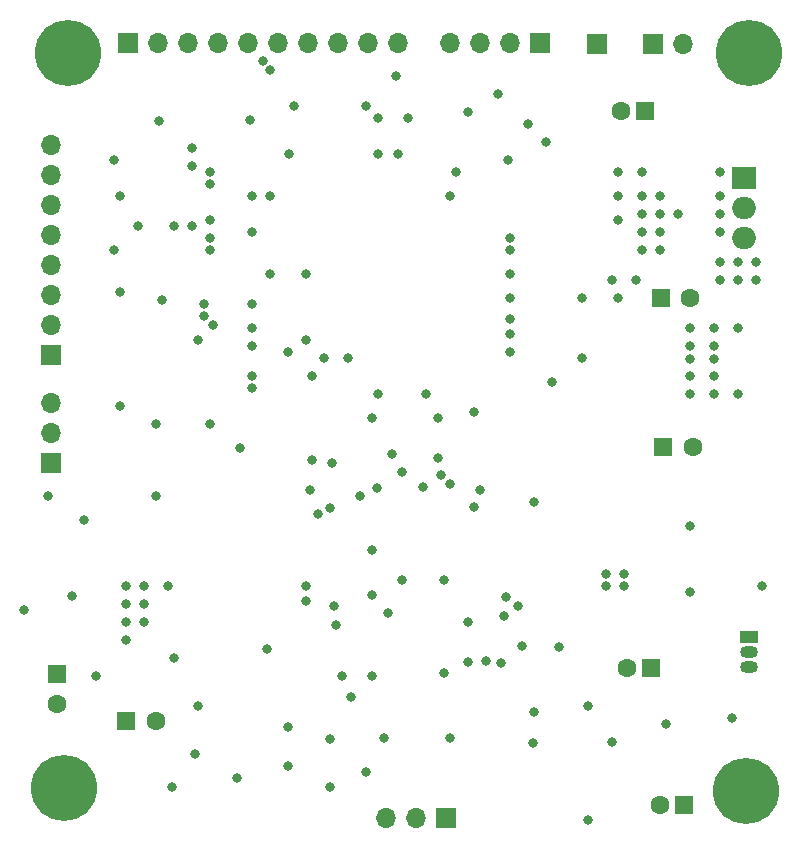
<source format=gbr>
%TF.GenerationSoftware,KiCad,Pcbnew,7.0.2*%
%TF.CreationDate,2023-11-01T23:53:07+01:00*%
%TF.ProjectId,stm_audio_board_V2,73746d5f-6175-4646-996f-5f626f617264,rev?*%
%TF.SameCoordinates,Original*%
%TF.FileFunction,Copper,L3,Inr*%
%TF.FilePolarity,Positive*%
%FSLAX46Y46*%
G04 Gerber Fmt 4.6, Leading zero omitted, Abs format (unit mm)*
G04 Created by KiCad (PCBNEW 7.0.2) date 2023-11-01 23:53:07*
%MOMM*%
%LPD*%
G01*
G04 APERTURE LIST*
%TA.AperFunction,ComponentPad*%
%ADD10C,5.600000*%
%TD*%
%TA.AperFunction,ComponentPad*%
%ADD11R,2.000000X1.905000*%
%TD*%
%TA.AperFunction,ComponentPad*%
%ADD12O,2.000000X1.905000*%
%TD*%
%TA.AperFunction,ComponentPad*%
%ADD13R,1.500000X1.050000*%
%TD*%
%TA.AperFunction,ComponentPad*%
%ADD14O,1.500000X1.050000*%
%TD*%
%TA.AperFunction,ComponentPad*%
%ADD15R,1.700000X1.700000*%
%TD*%
%TA.AperFunction,ComponentPad*%
%ADD16O,1.700000X1.700000*%
%TD*%
%TA.AperFunction,ComponentPad*%
%ADD17R,1.600000X1.600000*%
%TD*%
%TA.AperFunction,ComponentPad*%
%ADD18C,1.600000*%
%TD*%
%TA.AperFunction,ViaPad*%
%ADD19C,0.800000*%
%TD*%
G04 APERTURE END LIST*
D10*
%TO.N,GND*%
%TO.C,H2*%
X245003000Y-112333000D03*
%TD*%
D11*
%TO.N,PWR_INPUT_12V-18V*%
%TO.C,U3*%
X244877000Y-60471000D03*
D12*
%TO.N,GND*%
X244877000Y-63011000D03*
%TO.N,5V*%
X244877000Y-65551000D03*
%TD*%
D13*
%TO.N,Net-(D3-K)*%
%TO.C,U6*%
X245325000Y-99275000D03*
D14*
%TO.N,GND*%
X245325000Y-100545000D03*
%TO.N,+9V*%
X245325000Y-101815000D03*
%TD*%
D15*
%TO.N,TAP_TEMPO_INPUT*%
%TO.C,J4*%
X232457000Y-49069000D03*
%TD*%
%TO.N,+3.3V*%
%TO.C,J5*%
X192739000Y-48975000D03*
D16*
%TO.N,GND*%
X195279000Y-48975000D03*
%TO.N,DISPLAY_CS*%
X197819000Y-48975000D03*
%TO.N,DISPLAY_RST*%
X200359000Y-48975000D03*
%TO.N,DISPLAY_DC*%
X202899000Y-48975000D03*
%TO.N,DISPLAY_MOSI*%
X205439000Y-48975000D03*
%TO.N,DISPLAY_SCK*%
X207979000Y-48975000D03*
%TO.N,DISPLAY_MISO*%
X210519000Y-48975000D03*
%TO.N,TOUCH_CS*%
X213059000Y-48975000D03*
%TO.N,TOUCH_IRQ*%
X215599000Y-48975000D03*
%TD*%
D10*
%TO.N,GND*%
%TO.C,H4*%
X187599000Y-49887000D03*
%TD*%
%TO.N,GND*%
%TO.C,H3*%
X245278000Y-49887000D03*
%TD*%
%TO.N,GND*%
%TO.C,H1*%
X187324000Y-112058000D03*
%TD*%
D15*
%TO.N,GND*%
%TO.C,J6*%
X186229000Y-84563000D03*
D16*
%TO.N,POT_EXT*%
X186229000Y-82023000D03*
%TO.N,+3.3V*%
X186229000Y-79483000D03*
%TD*%
D15*
%TO.N,GND*%
%TO.C,J7*%
X186229000Y-75455000D03*
D16*
%TO.N,+3.3V*%
X186229000Y-72915000D03*
%TO.N,POT6*%
X186229000Y-70375000D03*
%TO.N,POT5*%
X186229000Y-67835000D03*
%TO.N,POT4*%
X186229000Y-65295000D03*
%TO.N,POT3*%
X186229000Y-62755000D03*
%TO.N,POT2*%
X186229000Y-60215000D03*
%TO.N,POT1*%
X186229000Y-57675000D03*
%TD*%
D15*
%TO.N,GND*%
%TO.C,J1*%
X237187000Y-49127000D03*
D16*
%TO.N,PWR_INPUT_12V-18V*%
X239727000Y-49127000D03*
%TD*%
D15*
%TO.N,GND*%
%TO.C,J2*%
X227633000Y-48975000D03*
D16*
%TO.N,SWDIO*%
X225093000Y-48975000D03*
%TO.N,SWCLK*%
X222553000Y-48975000D03*
%TO.N,+3.3V*%
X220013000Y-48975000D03*
%TD*%
D15*
%TO.N,GUITAR_IN*%
%TO.C,J3*%
X219613000Y-114601000D03*
D16*
%TO.N,GUITAR_OUT_L{slash}MONO*%
X217073000Y-114601000D03*
%TO.N,GUITAR_OUT_R*%
X214533000Y-114601000D03*
%TD*%
D17*
%TO.N,PWR_INPUT_12V-18V*%
%TO.C,C13*%
X236498241Y-54733000D03*
D18*
%TO.N,GND*%
X234498241Y-54733000D03*
%TD*%
D17*
%TO.N,+3.3VA*%
%TO.C,C29*%
X192583000Y-106401759D03*
D18*
%TO.N,GND*%
X195083000Y-106401759D03*
%TD*%
D17*
%TO.N,Net-(D2-K)*%
%TO.C,C28*%
X186714241Y-102437000D03*
D18*
%TO.N,GND*%
X186714241Y-104937000D03*
%TD*%
D17*
%TO.N,5V*%
%TO.C,C70*%
X237843000Y-70587759D03*
D18*
%TO.N,GND*%
X240343000Y-70587759D03*
%TD*%
D17*
%TO.N,Net-(7660S1-CAP+)*%
%TO.C,C76*%
X237006241Y-101881000D03*
D18*
%TO.N,Net-(7660S1-CAP-)*%
X235006241Y-101881000D03*
%TD*%
D17*
%TO.N,GND*%
%TO.C,C77*%
X239773000Y-113562241D03*
D18*
%TO.N,-9V*%
X237773000Y-113562241D03*
%TD*%
D17*
%TO.N,+3.3V*%
%TO.C,C71*%
X238022241Y-83181000D03*
D18*
%TO.N,GND*%
X240522241Y-83181000D03*
%TD*%
D19*
%TO.N,GND*%
X210312000Y-98298000D03*
X225044000Y-72346000D03*
X242316000Y-77216000D03*
X207772000Y-68580000D03*
X240284000Y-74676000D03*
X202184000Y-83312000D03*
X194056000Y-94996000D03*
X192024000Y-70104000D03*
X235712000Y-69088000D03*
X233172000Y-93980000D03*
X192532000Y-98044000D03*
X198120000Y-59436000D03*
X237744000Y-61976000D03*
X242316000Y-73152000D03*
X234696000Y-93980000D03*
X240284000Y-78740000D03*
X213360000Y-95758000D03*
X222504000Y-86868000D03*
X198374000Y-109220000D03*
X236220000Y-65024000D03*
X199644000Y-64008000D03*
X242824000Y-61976000D03*
X231140000Y-75692000D03*
X192532000Y-94996000D03*
X243840000Y-106172000D03*
X244348000Y-73152000D03*
X236220000Y-63500000D03*
X234188000Y-64008000D03*
X242824000Y-59944000D03*
X195580000Y-70803500D03*
X231648000Y-114808000D03*
X231137500Y-70612000D03*
X207772000Y-74168000D03*
X215075500Y-83820000D03*
X242316000Y-78740000D03*
X194056000Y-98044000D03*
X192024000Y-61976000D03*
X216408000Y-55372000D03*
X239268000Y-63500000D03*
X195072000Y-87376000D03*
X217678000Y-86614000D03*
X221488000Y-98044000D03*
X203200000Y-77216000D03*
X238252000Y-106680000D03*
X225044000Y-75184000D03*
X221996000Y-80264000D03*
X244348000Y-69088000D03*
X244348000Y-78740000D03*
X209804000Y-112014000D03*
X192532000Y-99568000D03*
X228600000Y-77724000D03*
X237744000Y-66548000D03*
X198628000Y-105156000D03*
X234188000Y-70612000D03*
X208280000Y-77216000D03*
X236220000Y-66548000D03*
X224274387Y-101505029D03*
X233680000Y-69088000D03*
X225044000Y-70612000D03*
X213360000Y-102616000D03*
X219456000Y-102362000D03*
X199644000Y-65532000D03*
X242316000Y-74676000D03*
X237744000Y-63500000D03*
X185928000Y-87376000D03*
X213868000Y-78740000D03*
X198628000Y-74168000D03*
X234696000Y-94996000D03*
X231648000Y-105156000D03*
X236220000Y-59944000D03*
X196437523Y-111960705D03*
X237744000Y-65024000D03*
X199644000Y-66548000D03*
X194056000Y-96520000D03*
X242824000Y-67564000D03*
X246380000Y-94996000D03*
X240284000Y-95504000D03*
X245872000Y-69088000D03*
X219964000Y-107887500D03*
X236220000Y-61976000D03*
X234188000Y-59944000D03*
X196088000Y-94996000D03*
X203008424Y-55563576D03*
X245872000Y-67564000D03*
X234188000Y-61976000D03*
X199644000Y-60960000D03*
X226568000Y-55880000D03*
X244348000Y-67564000D03*
X240284000Y-73152000D03*
X204470000Y-100330000D03*
X224028000Y-53340000D03*
X219456000Y-94488000D03*
X224698128Y-95918628D03*
X212852000Y-110744000D03*
X227076000Y-87884000D03*
X192532000Y-96520000D03*
X212852000Y-54356000D03*
X242824000Y-69088000D03*
X196596000Y-101092000D03*
X240284000Y-77216000D03*
X233172000Y-94996000D03*
X204724000Y-61976000D03*
X204724000Y-68580000D03*
X225044000Y-65532000D03*
X229209250Y-100177250D03*
X225044000Y-68580000D03*
X240284000Y-89916000D03*
X242316000Y-75798000D03*
X213360000Y-91948000D03*
X183896000Y-97028000D03*
X191516000Y-58928000D03*
X191516000Y-66548000D03*
X242824000Y-63500000D03*
X240284000Y-75798000D03*
X242824000Y-65024000D03*
%TO.N,DISPLAY_CS*%
X198120000Y-57912000D03*
%TO.N,DISPLAY_RST*%
X206360613Y-58420000D03*
%TO.N,DISPLAY_DC*%
X199644000Y-59944000D03*
%TO.N,DISPLAY_SCK*%
X204136671Y-50499267D03*
%TO.N,5V*%
X188976000Y-89408000D03*
%TO.N,Net-(D2-K)*%
X187960000Y-95813000D03*
%TO.N,DISPLAY_MISO*%
X204724000Y-51308000D03*
%TO.N,+3.3V*%
X206248000Y-75146500D03*
X221996000Y-88285000D03*
X203200000Y-65024000D03*
X203200000Y-71120000D03*
X213868000Y-55372000D03*
X195326000Y-55626000D03*
X215571500Y-58420000D03*
X203200000Y-61976000D03*
X225044000Y-73660000D03*
X199644000Y-81280000D03*
X215392000Y-51816000D03*
X212344000Y-87376000D03*
X213360000Y-80772000D03*
X203200000Y-78232000D03*
X213868000Y-58420000D03*
%TO.N,Net-(U4A-+)*%
X223012000Y-101346000D03*
%TO.N,AD1939_I2S2_SDO*%
X219938500Y-86360000D03*
X218948000Y-80772000D03*
X209296000Y-75692000D03*
X211328000Y-75692000D03*
%TO.N,AD1939_I2S1_SDI*%
X217932000Y-78740000D03*
X215900000Y-85344000D03*
%TO.N,AD1939_SPI3_MOSI*%
X208280000Y-84328000D03*
X208088500Y-86868000D03*
%TO.N,AD1939_I2S2_CK*%
X219188622Y-85584622D03*
X218948000Y-84136500D03*
%TO.N,AD1939_SPI3_CLK*%
X209804000Y-88392000D03*
X219964000Y-61976000D03*
%TO.N,AD1939_SPI3_MISO*%
X213763211Y-86656289D03*
X220472000Y-59944000D03*
%TO.N,AD1939_SPI_CS*%
X208788000Y-88900000D03*
X210005833Y-84529833D03*
%TO.N,AD1939_CM*%
X214376000Y-107887500D03*
X211601000Y-104413000D03*
%TO.N,+3.3VA*%
X210171622Y-96633622D03*
X189992000Y-102616000D03*
X214771000Y-97233494D03*
%TO.N,EXT_INT_BUTTON*%
X225044000Y-66548000D03*
%TO.N,AD1939_MCLKI*%
X224536000Y-97536000D03*
%TO.N,AD1939_MCLKO*%
X225742000Y-96710000D03*
%TO.N,AD1939_LF*%
X226060000Y-100076000D03*
%TO.N,+9V*%
X201930000Y-111252000D03*
X227025721Y-108254279D03*
X227076000Y-105664000D03*
%TO.N,-9V*%
X210820000Y-102616000D03*
X233680000Y-108204000D03*
X221491442Y-101403096D03*
%TO.N,AD1939_FILTR*%
X215900000Y-94488000D03*
%TO.N,SWDIO*%
X228092000Y-57404000D03*
%TO.N,SWCLK*%
X221488000Y-54864000D03*
%TO.N,DAC2R*%
X207772000Y-94996000D03*
%TO.N,DAC2L*%
X207772000Y-96266000D03*
%TO.N,Net-(R23-Pad2)*%
X206248000Y-110236000D03*
%TO.N,/MCU/NRST*%
X203200000Y-74676000D03*
X195072000Y-81280000D03*
%TO.N,POT5*%
X199136000Y-72136000D03*
%TO.N,POT1*%
X198120000Y-64516000D03*
%TO.N,POT6*%
X199884622Y-72911378D03*
%TO.N,POT2*%
X196596000Y-64516000D03*
%TO.N,POT3*%
X193548000Y-64516000D03*
%TO.N,POT_EXT*%
X192024000Y-79756000D03*
X203195076Y-73156924D03*
%TO.N,POT4*%
X199120535Y-71135465D03*
%TO.N,Net-(U2A-+)*%
X209804000Y-107950000D03*
%TO.N,Net-(U2A--)*%
X206248000Y-106934000D03*
%TO.N,Net-(C1-Pad1)*%
X224872000Y-58928000D03*
X206756000Y-54356000D03*
%TD*%
M02*

</source>
